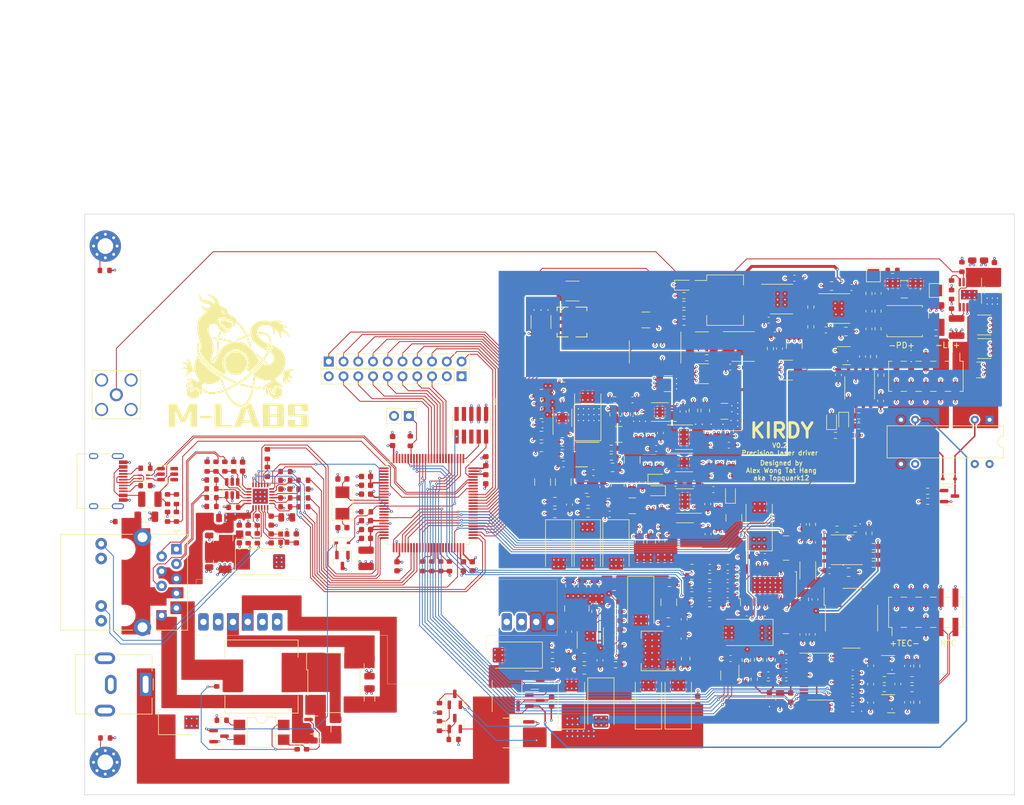
<source format=kicad_pcb>
(kicad_pcb (version 20221018) (generator pcbnew)

  (general
    (thickness 1.6)
  )

  (paper "A4")
  (layers
    (0 "F.Cu" signal)
    (1 "In1.Cu" signal)
    (2 "In2.Cu" signal)
    (31 "B.Cu" signal)
    (32 "B.Adhes" user "B.Adhesive")
    (33 "F.Adhes" user "F.Adhesive")
    (34 "B.Paste" user)
    (35 "F.Paste" user)
    (36 "B.SilkS" user "B.Silkscreen")
    (37 "F.SilkS" user "F.Silkscreen")
    (38 "B.Mask" user)
    (39 "F.Mask" user)
    (40 "Dwgs.User" user "User.Drawings")
    (41 "Cmts.User" user "User.Comments")
    (42 "Eco1.User" user "User.Eco1")
    (43 "Eco2.User" user "User.Eco2")
    (44 "Edge.Cuts" user)
    (45 "Margin" user)
    (46 "B.CrtYd" user "B.Courtyard")
    (47 "F.CrtYd" user "F.Courtyard")
    (48 "B.Fab" user)
    (49 "F.Fab" user)
    (50 "User.1" user)
    (51 "User.2" user)
    (52 "User.3" user)
    (53 "User.4" user)
    (54 "User.5" user)
    (55 "User.6" user)
    (56 "User.7" user)
    (57 "User.8" user)
    (58 "User.9" user)
  )

  (setup
    (stackup
      (layer "F.SilkS" (type "Top Silk Screen"))
      (layer "F.Paste" (type "Top Solder Paste"))
      (layer "F.Mask" (type "Top Solder Mask") (thickness 0.01))
      (layer "F.Cu" (type "copper") (thickness 0.035))
      (layer "dielectric 1" (type "core") (thickness 0.48) (material "FR4") (epsilon_r 4.5) (loss_tangent 0.02))
      (layer "In1.Cu" (type "copper") (thickness 0.035))
      (layer "dielectric 2" (type "prepreg") (thickness 0.48) (material "FR4") (epsilon_r 4.5) (loss_tangent 0.02))
      (layer "In2.Cu" (type "copper") (thickness 0.035))
      (layer "dielectric 3" (type "core") (thickness 0.48) (material "FR4") (epsilon_r 4.5) (loss_tangent 0.02))
      (layer "B.Cu" (type "copper") (thickness 0.035))
      (layer "B.Mask" (type "Bottom Solder Mask") (thickness 0.01))
      (layer "B.Paste" (type "Bottom Solder Paste"))
      (layer "B.SilkS" (type "Bottom Silk Screen"))
      (copper_finish "ENIG")
      (dielectric_constraints no)
    )
    (pad_to_mask_clearance 0)
    (pcbplotparams
      (layerselection 0x00010fc_ffffffff)
      (plot_on_all_layers_selection 0x0000000_00000000)
      (disableapertmacros false)
      (usegerberextensions true)
      (usegerberattributes false)
      (usegerberadvancedattributes false)
      (creategerberjobfile true)
      (dashed_line_dash_ratio 12.000000)
      (dashed_line_gap_ratio 3.000000)
      (svgprecision 6)
      (plotframeref false)
      (viasonmask false)
      (mode 1)
      (useauxorigin false)
      (hpglpennumber 1)
      (hpglpenspeed 20)
      (hpglpendiameter 15.000000)
      (dxfpolygonmode true)
      (dxfimperialunits true)
      (dxfusepcbnewfont true)
      (psnegative false)
      (psa4output false)
      (plotreference false)
      (plotvalue false)
      (plotinvisibletext false)
      (sketchpadsonfab false)
      (subtractmaskfromsilk true)
      (outputformat 1)
      (mirror false)
      (drillshape 0)
      (scaleselection 1)
      (outputdirectory "gerbers")
    )
  )

  (net 0 "")
  (net 1 "+5VA")
  (net 2 "GND")
  (net 3 "Net-(C2-Pad2)")
  (net 4 "Net-(C5-Pad1)")
  (net 5 "Net-(C14-Pad1)")
  (net 6 "Net-(C6-Pad1)")
  (net 7 "+9VA")
  (net 8 "-6V")
  (net 9 "+15V")
  (net 10 "Net-(C13-Pad1)")
  (net 11 "Net-(C13-Pad2)")
  (net 12 "/MCU/PD_MON")
  (net 13 "/driveStage/PD_A")
  (net 14 "Net-(C18-Pad1)")
  (net 15 "Net-(C19-Pad1)")
  (net 16 "+3V3")
  (net 17 "Net-(C21-Pad2)")
  (net 18 "Net-(C22-Pad1)")
  (net 19 "/MCU/VREF")
  (net 20 "+12V")
  (net 21 "Net-(C37-Pad2)")
  (net 22 "Net-(C38-Pad1)")
  (net 23 "Net-(C38-Pad2)")
  (net 24 "Net-(C40-Pad1)")
  (net 25 "Net-(C42-Pad2)")
  (net 26 "Net-(C43-Pad2)")
  (net 27 "-9V")
  (net 28 "IN")
  (net 29 "Net-(C50-Pad1)")
  (net 30 "Net-(C51-Pad1)")
  (net 31 "Net-(C52-Pad1)")
  (net 32 "Net-(C53-Pad1)")
  (net 33 "Net-(C54-Pad1)")
  (net 34 "Net-(C55-Pad1)")
  (net 35 "Net-(C69-Pad1)")
  (net 36 "Net-(C71-Pad1)")
  (net 37 "Net-(C72-Pad1)")
  (net 38 "Net-(C73-Pad1)")
  (net 39 "Net-(C74-Pad1)")
  (net 40 "+9V")
  (net 41 "+8V")
  (net 42 "+3.3VA")
  (net 43 "/thermostat/DAC_REF")
  (net 44 "/thermostat/ADC_REF")
  (net 45 "/thermostat/ADC_A3V3")
  (net 46 "/thermostat/ADC_D3V3")
  (net 47 "Net-(C102-Pad1)")
  (net 48 "Net-(C103-Pad1)")
  (net 49 "Net-(C104-Pad1)")
  (net 50 "/thermostat/MAXV")
  (net 51 "/thermostat/MAXIP")
  (net 52 "/thermostat/MAXIN")
  (net 53 "Net-(C110-Pad1)")
  (net 54 "Net-(C115-Pad1)")
  (net 55 "Net-(C117-Pad1)")
  (net 56 "/MCU/TEC_ISEN")
  (net 57 "Net-(C119-Pad1)")
  (net 58 "/MCU/TEC_VREF")
  (net 59 "Net-(C122-Pad2)")
  (net 60 "Net-(C123-Pad2)")
  (net 61 "Net-(C125-Pad1)")
  (net 62 "+5V")
  (net 63 "Net-(C132-Pad2)")
  (net 64 "Net-(C133-Pad2)")
  (net 65 "Net-(C135-Pad2)")
  (net 66 "Net-(C136-Pad2)")
  (net 67 "Net-(C141-Pad1)")
  (net 68 "Net-(C145-Pad1)")
  (net 69 "Net-(C145-Pad2)")
  (net 70 "Net-(C146-Pad1)")
  (net 71 "Net-(C147-Pad1)")
  (net 72 "Net-(C148-Pad1)")
  (net 73 "Net-(C149-Pad1)")
  (net 74 "Net-(C149-Pad2)")
  (net 75 "Net-(C150-Pad1)")
  (net 76 "Net-(C151-Pad1)")
  (net 77 "Net-(C152-Pad1)")
  (net 78 "Net-(C152-Pad2)")
  (net 79 "Net-(C158-Pad1)")
  (net 80 "Net-(C162-Pad2)")
  (net 81 "Net-(C163-Pad2)")
  (net 82 "Net-(C164-Pad1)")
  (net 83 "/Ehternet/AVDDT_PHY")
  (net 84 "/Ehternet/ETH_SHIELD")
  (net 85 "Net-(D1-Pad2)")
  (net 86 "/MCU/MCU_RSTn")
  (net 87 "/MCU/RST")
  (net 88 "Net-(FB12-Pad1)")
  (net 89 "Net-(FB12-Pad2)")
  (net 90 "/thermostat/TEC+")
  (net 91 "/thermostat/TEC-")
  (net 92 "Net-(C155-Pad1)")
  (net 93 "Net-(C174-Pad2)")
  (net 94 "/MCU/USB_DP")
  (net 95 "/MCU/USB_DN")
  (net 96 "Net-(C175-Pad1)")
  (net 97 "/MCU/SWDIO")
  (net 98 "/MCU/SWCLK")
  (net 99 "unconnected-(J4-Pad6)")
  (net 100 "unconnected-(J4-Pad7)")
  (net 101 "unconnected-(J4-Pad8)")
  (net 102 "unconnected-(J4-Pad9)")
  (net 103 "Net-(J6-Pad1)")
  (net 104 "Net-(J6-Pad2)")
  (net 105 "Net-(J6-Pad3)")
  (net 106 "Net-(J6-Pad6)")
  (net 107 "/Ehternet/POE_VC-")
  (net 108 "/Ehternet/POE_VC+")
  (net 109 "Net-(J6-Pad11)")
  (net 110 "Net-(J6-Pad13)")
  (net 111 "Net-(J7-PadA5)")
  (net 112 "unconnected-(J7-PadA8)")
  (net 113 "Net-(J7-PadB5)")
  (net 114 "unconnected-(J7-PadB8)")
  (net 115 "/driveStage/LD-")
  (net 116 "/thermostat/NTC+")
  (net 117 "/thermostat/NTC-")
  (net 118 "Net-(JP1-Pad1)")
  (net 119 "Net-(L2-Pad1)")
  (net 120 "Net-(L3-Pad1)")
  (net 121 "Net-(Q1-Pad1)")
  (net 122 "Net-(Q2-Pad3)")
  (net 123 "Net-(Q3-Pad1)")
  (net 124 "Net-(Q4-Pad1)")
  (net 125 "Net-(Q5-Pad4)")
  (net 126 "Net-(Q6-Pad1)")
  (net 127 "Net-(C175-Pad2)")
  (net 128 "Net-(R4-Pad2)")
  (net 129 "Net-(C178-Pad1)")
  (net 130 "Net-(R7-Pad2)")
  (net 131 "Net-(C185-Pad1)")
  (net 132 "Net-(C188-Pad1)")
  (net 133 "Net-(R14-Pad2)")
  (net 134 "Net-(R15-Pad2)")
  (net 135 "Net-(R16-Pad2)")
  (net 136 "Net-(R17-Pad2)")
  (net 137 "Net-(C192-Pad1)")
  (net 138 "Net-(D10-Pad2)")
  (net 139 "Net-(R24-Pad2)")
  (net 140 "Net-(R29-Pad2)")
  (net 141 "Net-(R30-Pad2)")
  (net 142 "/MCU/PWM_MAXV")
  (net 143 "/MCU/PWM_MAXIP")
  (net 144 "/MCU/PWM_MAXIN")
  (net 145 "Net-(R41-Pad1)")
  (net 146 "Net-(R42-Pad2)")
  (net 147 "Net-(FL1-Pad1)")
  (net 148 "Net-(R46-Pad2)")
  (net 149 "/MCU/TEC_VSEN")
  (net 150 "Net-(R48-Pad2)")
  (net 151 "Net-(R56-Pad2)")
  (net 152 "Net-(R57-Pad2)")
  (net 153 "Net-(R60-Pad2)")
  (net 154 "Net-(R63-Pad1)")
  (net 155 "Net-(R65-Pad1)")
  (net 156 "Net-(D12-Pad2)")
  (net 157 "/MCU/POE_PWR_SRC")
  (net 158 "/Ehternet/RMII_RXD0")
  (net 159 "Net-(R73-Pad2)")
  (net 160 "/Ehternet/RMII_RXD1")
  (net 161 "Net-(R74-Pad2)")
  (net 162 "/Ehternet/RMII_CRS_DV")
  (net 163 "Net-(R75-Pad2)")
  (net 164 "/Ehternet/RMII_REF_CLK")
  (net 165 "Net-(R76-Pad2)")
  (net 166 "/Ehternet/RMII_MDIO")
  (net 167 "Net-(R82-Pad2)")
  (net 168 "/Ehternet/ETH_LED_1")
  (net 169 "Net-(R84-Pad1)")
  (net 170 "/Ehternet/PHY_TD_P")
  (net 171 "/Ehternet/PHY_TD_N")
  (net 172 "/Ehternet/PHY_RD_P")
  (net 173 "/Ehternet/PHY_RD_N")
  (net 174 "/Ehternet/ETH_LED_2")
  (net 175 "Net-(R94-Pad2)")
  (net 176 "Net-(R95-Pad1)")
  (net 177 "/MCU/USB_VBUS")
  (net 178 "/MCU/LDAC_LOAD")
  (net 179 "/MCU/LDAC_CLK")
  (net 180 "/MCU/LDAC_MOSI")
  (net 181 "/MCU/LDAC_CS")
  (net 182 "/MCU/TADC_SYNC")
  (net 183 "/MCU/TADC_MISO")
  (net 184 "/MCU/TDAC_MOSI")
  (net 185 "/MCU/TADC_CLK")
  (net 186 "/MCU/TDAC_CLK")
  (net 187 "/MCU/TADC_CS")
  (net 188 "/MCU/TDAC_SYNC")
  (net 189 "/MCU/TADC_MOSI")
  (net 190 "Net-(U1-Pad6)")
  (net 191 "unconnected-(U2-Pad1)")
  (net 192 "unconnected-(U2-Pad9)")
  (net 193 "unconnected-(U2-Pad13)")
  (net 194 "unconnected-(U7-Pad1)")
  (net 195 "unconnected-(U7-Pad2)")
  (net 196 "unconnected-(U7-Pad3)")
  (net 197 "unconnected-(U7-Pad4)")
  (net 198 "unconnected-(U7-Pad5)")
  (net 199 "unconnected-(U7-Pad7)")
  (net 200 "unconnected-(U7-Pad8)")
  (net 201 "unconnected-(U7-Pad9)")
  (net 202 "unconnected-(U7-Pad15)")
  (net 203 "/Ehternet/RMII_MDC")
  (net 204 "/Ehternet/PHY_NRST")
  (net 205 "/MCU/TEC_SHDN")
  (net 206 "unconnected-(U7-Pad37)")
  (net 207 "unconnected-(U7-Pad38)")
  (net 208 "unconnected-(U7-Pad45)")
  (net 209 "unconnected-(U7-Pad46)")
  (net 210 "/Ehternet/RMII_TX_EN")
  (net 211 "/Ehternet/RMII_TXD0")
  (net 212 "/Ehternet/RMII_TXD1")
  (net 213 "Net-(J2-Pad3)")
  (net 214 "Net-(J2-Pad4)")
  (net 215 "Net-(J2-Pad5)")
  (net 216 "Net-(J2-Pad6)")
  (net 217 "Net-(J2-Pad7)")
  (net 218 "Net-(J2-Pad8)")
  (net 219 "Net-(J2-Pad9)")
  (net 220 "Net-(J3-Pad2)")
  (net 221 "Net-(J3-Pad3)")
  (net 222 "Net-(J3-Pad4)")
  (net 223 "unconnected-(U7-Pad67)")
  (net 224 "unconnected-(U7-Pad69)")
  (net 225 "Net-(J3-Pad5)")
  (net 226 "Net-(J3-Pad6)")
  (net 227 "Net-(J3-Pad7)")
  (net 228 "Net-(J3-Pad8)")
  (net 229 "Net-(J3-Pad9)")
  (net 230 "Net-(J3-Pad10)")
  (net 231 "unconnected-(K1-Pad14)")
  (net 232 "unconnected-(U7-Pad96)")
  (net 233 "unconnected-(U7-Pad97)")
  (net 234 "unconnected-(U7-Pad98)")
  (net 235 "unconnected-(U9-Pad1)")
  (net 236 "unconnected-(U9-Pad3)")
  (net 237 "unconnected-(U9-Pad6)")
  (net 238 "unconnected-(U9-Pad7)")
  (net 239 "unconnected-(U9-Pad12)")
  (net 240 "unconnected-(U10-Pad5)")
  (net 241 "unconnected-(U11-Pad4)")
  (net 242 "Net-(Q7-Pad1)")
  (net 243 "unconnected-(U13-Pad5)")
  (net 244 "unconnected-(U14-Pad4)")
  (net 245 "unconnected-(U15-Pad4)")
  (net 246 "unconnected-(U15-Pad7)")
  (net 247 "unconnected-(U16-Pad4)")
  (net 248 "unconnected-(U18-Pad9)")
  (net 249 "unconnected-(U18-Pad10)")
  (net 250 "unconnected-(U18-Pad19)")
  (net 251 "unconnected-(U18-Pad20)")
  (net 252 "Net-(U19-Pad5)")
  (net 253 "unconnected-(U22-Pad14)")
  (net 254 "Net-(R1-Pad2)")
  (net 255 "Net-(R7-Pad1)")
  (net 256 "Net-(R11-Pad2)")
  (net 257 "/MCU/LD_EN")
  (net 258 "Net-(R100-Pad2)")
  (net 259 "unconnected-(U28-Pad4)")
  (net 260 "unconnected-(U28-Pad6)")
  (net 261 "Net-(R101-Pad2)")
  (net 262 "Net-(J3-Pad1)")
  (net 263 "Net-(H1-Pad1)")
  (net 264 "Net-(H2-Pad1)")
  (net 265 "/MCU/~{LD_SHORT}")
  (net 266 "Net-(SW1-Pad4)")
  (net 267 "unconnected-(U7-Pad17)")
  (net 268 "unconnected-(U7-Pad43)")
  (net 269 "unconnected-(U7-Pad44)")
  (net 270 "unconnected-(U24-Pad1)")
  (net 271 "unconnected-(U24-Pad2)")
  (net 272 "unconnected-(U24-Pad5)")
  (net 273 "unconnected-(U24-Pad6)")
  (net 274 "Net-(FL3-Pad1)")
  (net 275 "Net-(FL3-Pad4)")
  (net 276 "12Vin")
  (net 277 "Net-(C70-Pad1)")
  (net 278 "Net-(C35-Pad1)")
  (net 279 "Net-(L8-Pad1)")
  (net 280 "Net-(Q8-Pad1)")
  (net 281 "Net-(Q10-Pad3)")
  (net 282 "Net-(Q10-Pad1)")

  (footprint "Connector_RJ:RJ45_Abracon_ARJP11A-MA_Horizontal" (layer "F.Cu") (at 15.7964 57.6926 -90))

  (footprint "Resistor_SMD:R_0603_1608Metric" (layer "F.Cu") (at 34.544 45.8338 180))

  (footprint "Resistor_SMD:R_0603_1608Metric" (layer "F.Cu") (at 38.2016 91.3384 90))

  (footprint "Resistor_SMD:R_0603_1608Metric" (layer "F.Cu") (at 80.5302 77.6224))

  (footprint "Capacitor_SMD:C_0603_1608Metric" (layer "F.Cu") (at 34.544 47.3578))

  (footprint "Capacitor_SMD:C_0603_1608Metric" (layer "F.Cu") (at 135.2804 80.9498 90))

  (footprint "Package_TO_SOT_SMD:SOT-23" (layer "F.Cu") (at 77.47 83.7692))

  (footprint "Capacitor_SMD:C_0805_2012Metric" (layer "F.Cu") (at 103.4288 76.5556 -90))

  (footprint "Inductor_SMD:L_1210_3225Metric" (layer "F.Cu") (at 48.428 59.2818 90))

  (footprint "Capacitor_SMD:C_0603_1608Metric" (layer "F.Cu") (at 104.4956 63.9706 180))

  (footprint "Capacitor_SMD:C_0603_1608Metric" (layer "F.Cu") (at 78.8126 36.3114 180))

  (footprint "Package_QFP:LQFP-100_14x14mm_P0.5mm" (layer "F.Cu") (at 59.182 49.7798))

  (footprint "Capacitor_SMD:C_0603_1608Metric" (layer "F.Cu") (at 104.4956 67.1332 180))

  (footprint "Resistor_SMD:R_0603_1608Metric" (layer "F.Cu") (at 37.6308 47.3578 180))

  (footprint "Inductor_SMD:L_1008_2520Metric" (layer "F.Cu") (at 91.7448 46.6344 -90))

  (footprint "Capacitor_SMD:C_0603_1608Metric" (layer "F.Cu") (at 110.6875 60.8397))

  (footprint "Capacitor_SMD:C_0805_2012Metric" (layer "F.Cu") (at 94.1832 46.3922 -90))

  (footprint "Resistor_SMD:R_0603_1608Metric" (layer "F.Cu") (at 115.239 80.0856 -90))

  (footprint "Resistor_SMD:R_0603_1608Metric" (layer "F.Cu") (at 37.6308 45.8338 180))

  (footprint "Resistor_SMD:R_0603_1608Metric" (layer "F.Cu") (at 132.1684 85.191))

  (footprint "Resistor_SMD:R_0603_1608Metric" (layer "F.Cu") (at 104.4956 62.3984))

  (footprint "Resistor_SMD:R_0603_1608Metric" (layer "F.Cu") (at 63.5 90.4748))

  (footprint "Capacitor_SMD:C_0603_1608Metric" (layer "F.Cu") (at 134.9756 19.7734 -90))

  (footprint "Capacitor_SMD:C_0603_1608Metric" (layer "F.Cu") (at 99.3394 50.1786 90))

  (footprint "Diode_SMD:D_SMB" (layer "F.Cu") (at 16.256 87.503))

  (footprint "Capacitor_SMD:C_0603_1608Metric" (layer "F.Cu") (at 78.8126 32.7046 180))

  (footprint "Resistor_SMD:R_0603_1608Metric" (layer "F.Cu") (at 21.844 50.355))

  (footprint "Resistor_SMD:R_0603_1608Metric" (layer "F.Cu") (at 145.0848 47.7352))

  (footprint "Inductor_SMD:L_Wuerth_WE-PD-Typ-LS" (layer "F.Cu") (at 30.4348 79.6428))

  (footprint "Capacitor_SMD:C_0805_2012Metric" (layer "F.Cu") (at 82.2198 41.2662 180))

  (footprint "Package_SO:SOIC-8-1EP_3.9x4.9mm_P1.27mm_EP2.29x3mm" (layer "F.Cu") (at 119.9378 14.6424))

  (footprint "Capacitor_SMD:C_0805_2012Metric" (layer "F.Cu") (at 86.0044 76.3524 180))

  (footprint "Package_TO_SOT_SMD:SOT-23-6" (layer "F.Cu") (at 25.4 47.2562 90))

  (footprint "Connector_BarrelJack:BarrelJack_CUI_PJ-063AH_Horizontal" (layer "F.Cu") (at 10.5 81 -90))

  (footprint "Capacitor_SMD:C_1812_4532Metric" (layer "F.Cu") (at 154.813 23.1648))

  (footprint "Resistor_SMD:R_0603_1608Metric" (layer "F.Cu") (at 104.5423 60.8397))

  (footprint "Resistor_SMD:R_0603_1608Metric" (layer "F.Cu") (at 107.823 39.7994))

  (footprint "Capacitor_SMD:C_0603_1608Metric" (layer "F.Cu") (at 117.6528 79.3496 180))

  (footprint "Capacitor_SMD:C_0603_1608Metric" (layer "F.Cu") (at 99.1108 37.6936 -90))

  (footprint "Capacitor_SMD:C_0603_1608Metric" (layer "F.Cu") (at 113.652 80.0602 -90))

  (footprint "Capacitor_SMD:C_0603_1608Metric" (layer "F.Cu") (at 94.2718 32.004))

  (footprint "Capacitor_SMD:C_0805_2012Metric" (layer "F.Cu")
    (tstamp 19264642-8373-48ac-8508-5e8a12ebf81a)
    (at 154.7876 8.9154 90)
    (descr "Capacitor SMD 0805 (2012 Metric), square (rectangular) end terminal, IPC_7351 nominal, (Body size source: IPC-SM-782 page 76, https://www.pcb-3d.com/wordpress/wp-content/uploads/ipc-sm-782a_amendment_1_and_2.pdf, https://docs.google.com/spreadsheets/d/1BsfQQcO9C6DZCsRaXUlFlo91Tg2WpOkGARC1WS5S8t0/edit?usp=sharing), generated with kicad-footprint-generator")
    (tags "capacitor")
    (property "MFR_PN" "CL21B106KOQNNNG")
    (property "MFR_PN_ALT" "CL21B106KOQNNNE")
    (property "Sheetfile" "asupply.kicad_sch")
    (property "Sheetname" "analog supply")
    (path "/ce1698cd-b99b-406e-8c10-58c1e24b12e9/fa293797-659b-4f4b-b590-edd010c4be55")
    (attr smd)
    (fp_text reference "C58" (at 0 -1.68 90) (layer "F.SilkS") hide
        (effects (font (size 1 1) (thickness 0.15)))
      (tstamp d895eb03-1356-4935-a1fb-b6765227448a)
    )
    (fp_text value "10u" (at 0 1.68 90) (layer "F.Fab")
        (effects (font (size 1 1) (thickness 0.15)))
      
... [5124169 chars truncated]
</source>
